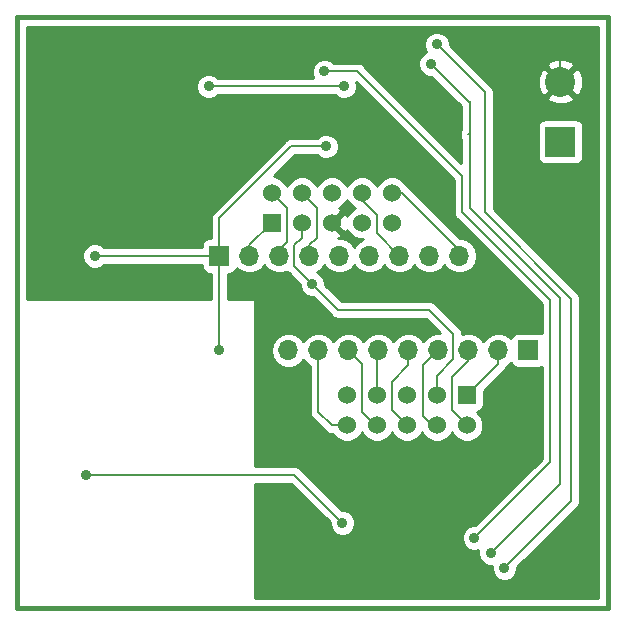
<source format=gbl>
G04 #@! TF.GenerationSoftware,KiCad,Pcbnew,5.0.0-fee4fd1~66~ubuntu16.04.1*
G04 #@! TF.CreationDate,2018-09-27T11:54:36+02:00*
G04 #@! TF.ProjectId,IN16_optoToESP8266,494E31365F6F70746F546F4553503832,rev?*
G04 #@! TF.SameCoordinates,Original*
G04 #@! TF.FileFunction,Copper,L2,Bot,Signal*
G04 #@! TF.FilePolarity,Positive*
%FSLAX46Y46*%
G04 Gerber Fmt 4.6, Leading zero omitted, Abs format (unit mm)*
G04 Created by KiCad (PCBNEW 5.0.0-fee4fd1~66~ubuntu16.04.1) date Thu Sep 27 11:54:36 2018*
%MOMM*%
%LPD*%
G01*
G04 APERTURE LIST*
G04 #@! TA.AperFunction,NonConductor*
%ADD10C,0.381000*%
G04 #@! TD*
G04 #@! TA.AperFunction,ComponentPad*
%ADD11R,1.524000X1.524000*%
G04 #@! TD*
G04 #@! TA.AperFunction,ComponentPad*
%ADD12C,1.524000*%
G04 #@! TD*
G04 #@! TA.AperFunction,ComponentPad*
%ADD13R,2.540000X2.540000*%
G04 #@! TD*
G04 #@! TA.AperFunction,ComponentPad*
%ADD14C,2.540000*%
G04 #@! TD*
G04 #@! TA.AperFunction,ComponentPad*
%ADD15R,1.700000X1.700000*%
G04 #@! TD*
G04 #@! TA.AperFunction,ComponentPad*
%ADD16O,1.700000X1.700000*%
G04 #@! TD*
G04 #@! TA.AperFunction,ViaPad*
%ADD17C,0.889000*%
G04 #@! TD*
G04 #@! TA.AperFunction,Conductor*
%ADD18C,0.203200*%
G04 #@! TD*
G04 #@! TA.AperFunction,Conductor*
%ADD19C,0.500000*%
G04 #@! TD*
G04 #@! TA.AperFunction,Conductor*
%ADD20C,0.254000*%
G04 #@! TD*
G04 APERTURE END LIST*
D10*
X134000000Y-98000000D02*
X184000000Y-98000000D01*
X134000000Y-48000000D02*
X134000000Y-98000000D01*
X184000000Y-48000000D02*
X134000000Y-48000000D01*
X184000000Y-98000000D02*
X184000000Y-48000000D01*
D11*
G04 #@! TO.P,P1,1*
G04 #@! TO.N,/IN0*
X155575000Y-65405000D03*
D12*
G04 #@! TO.P,P1,2*
G04 #@! TO.N,/IN1*
X155575000Y-62865000D03*
G04 #@! TO.P,P1,3*
G04 #@! TO.N,/5VIN*
X158115000Y-65405000D03*
G04 #@! TO.P,P1,4*
G04 #@! TO.N,/IN2*
X158115000Y-62865000D03*
G04 #@! TO.P,P1,5*
G04 #@! TO.N,VSS*
X160655000Y-65405000D03*
G04 #@! TO.P,P1,6*
G04 #@! TO.N,/IN3*
X160655000Y-62865000D03*
G04 #@! TO.P,P1,7*
G04 #@! TO.N,/IN4*
X163195000Y-65405000D03*
G04 #@! TO.P,P1,8*
G04 #@! TO.N,/IN5*
X163195000Y-62865000D03*
G04 #@! TO.P,P1,9*
G04 #@! TO.N,/IN6*
X165735000Y-65405000D03*
G04 #@! TO.P,P1,10*
G04 #@! TO.N,/IN7*
X165735000Y-62865000D03*
G04 #@! TD*
D11*
G04 #@! TO.P,P0,1*
G04 #@! TO.N,/IN8*
X172085000Y-80010000D03*
D12*
G04 #@! TO.P,P0,2*
G04 #@! TO.N,/IN9*
X172085000Y-82550000D03*
G04 #@! TO.P,P0,3*
G04 #@! TO.N,/5VIN*
X169545000Y-80010000D03*
G04 #@! TO.P,P0,4*
G04 #@! TO.N,/IN10*
X169545000Y-82550000D03*
G04 #@! TO.P,P0,5*
G04 #@! TO.N,VSS*
X167005000Y-80010000D03*
G04 #@! TO.P,P0,6*
G04 #@! TO.N,/IN11*
X167005000Y-82550000D03*
G04 #@! TO.P,P0,7*
G04 #@! TO.N,/IN12*
X164465000Y-80010000D03*
G04 #@! TO.P,P0,8*
G04 #@! TO.N,/IN13*
X164465000Y-82550000D03*
G04 #@! TO.P,P0,9*
G04 #@! TO.N,/IN14*
X161925000Y-80010000D03*
G04 #@! TO.P,P0,10*
G04 #@! TO.N,/IN15*
X161925000Y-82550000D03*
G04 #@! TD*
D13*
G04 #@! TO.P,P3,1*
G04 #@! TO.N,/5VIN*
X180000000Y-58540000D03*
D14*
G04 #@! TO.P,P3,2*
G04 #@! TO.N,VSS*
X180000000Y-53460000D03*
G04 #@! TD*
D15*
G04 #@! TO.P,RN1,1*
G04 #@! TO.N,VCC*
X177292000Y-76200000D03*
D16*
G04 #@! TO.P,RN1,2*
G04 #@! TO.N,/IN8*
X174752000Y-76200000D03*
G04 #@! TO.P,RN1,3*
G04 #@! TO.N,/IN9*
X172212000Y-76200000D03*
G04 #@! TO.P,RN1,4*
G04 #@! TO.N,/IN10*
X169672000Y-76200000D03*
G04 #@! TO.P,RN1,5*
G04 #@! TO.N,/IN11*
X167132000Y-76200000D03*
G04 #@! TO.P,RN1,6*
G04 #@! TO.N,/IN12*
X164592000Y-76200000D03*
G04 #@! TO.P,RN1,7*
G04 #@! TO.N,/IN13*
X162052000Y-76200000D03*
G04 #@! TO.P,RN1,8*
G04 #@! TO.N,/IN15*
X159512000Y-76200000D03*
G04 #@! TO.P,RN1,9*
G04 #@! TO.N,/IN14*
X156972000Y-76200000D03*
G04 #@! TD*
D15*
G04 #@! TO.P,RN2,1*
G04 #@! TO.N,VCC*
X151130000Y-68199000D03*
D16*
G04 #@! TO.P,RN2,2*
G04 #@! TO.N,/IN0*
X153670000Y-68199000D03*
G04 #@! TO.P,RN2,3*
G04 #@! TO.N,/IN1*
X156210000Y-68199000D03*
G04 #@! TO.P,RN2,4*
G04 #@! TO.N,/IN2*
X158750000Y-68199000D03*
G04 #@! TO.P,RN2,5*
G04 #@! TO.N,/IN3*
X161290000Y-68199000D03*
G04 #@! TO.P,RN2,6*
G04 #@! TO.N,/IN4*
X163830000Y-68199000D03*
G04 #@! TO.P,RN2,7*
G04 #@! TO.N,/IN5*
X166370000Y-68199000D03*
G04 #@! TO.P,RN2,8*
G04 #@! TO.N,/IN6*
X168910000Y-68199000D03*
G04 #@! TO.P,RN2,9*
G04 #@! TO.N,/IN7*
X171450000Y-68199000D03*
G04 #@! TD*
D17*
G04 #@! TO.N,/MUX1*
X139827000Y-86741000D03*
X161544000Y-90805000D03*
G04 #@! TO.N,/MUX2*
X150241000Y-53848000D03*
X161671000Y-53848000D03*
G04 #@! TO.N,/MUXA*
X160020000Y-52578000D03*
X172720000Y-92075000D03*
G04 #@! TO.N,/MUXB*
X174117000Y-93345000D03*
X169037000Y-51943000D03*
G04 #@! TO.N,/MUXC*
X169545000Y-50292000D03*
X175260000Y-94615000D03*
G04 #@! TO.N,/5VIN*
X159004000Y-70612000D03*
G04 #@! TO.N,VCC*
X151130000Y-76200000D03*
X140589000Y-68199000D03*
X160147000Y-58928000D03*
G04 #@! TO.N,VSS*
X144272000Y-51435000D03*
G04 #@! TD*
D18*
G04 #@! TO.N,/IN0*
X153670000Y-68199000D02*
X153670000Y-67310000D01*
X153670000Y-67310000D02*
X155575000Y-65405000D01*
G04 #@! TO.N,/IN1*
X156210000Y-68199000D02*
X156210000Y-67691000D01*
X156210000Y-67691000D02*
X156845000Y-67056000D01*
X156845000Y-67056000D02*
X156845000Y-64135000D01*
X156845000Y-64135000D02*
X155575000Y-62865000D01*
G04 #@! TO.N,/IN10*
X169545000Y-82550000D02*
X169164000Y-82550000D01*
X169164000Y-82550000D02*
X168402000Y-81788000D01*
X168402000Y-77470000D02*
X169672000Y-76200000D01*
X168402000Y-81788000D02*
X168402000Y-77470000D01*
G04 #@! TO.N,/IN11*
X167132000Y-76200000D02*
X167132000Y-77470000D01*
X165735000Y-81280000D02*
X167005000Y-82550000D01*
X165735000Y-78867000D02*
X165735000Y-81280000D01*
X167132000Y-77470000D02*
X165735000Y-78867000D01*
G04 #@! TO.N,/IN12*
X164465000Y-80010000D02*
X164465000Y-76327000D01*
X164465000Y-76327000D02*
X164592000Y-76200000D01*
G04 #@! TO.N,/IN13*
X164465000Y-82550000D02*
X164338000Y-82550000D01*
X164338000Y-82550000D02*
X163195000Y-81407000D01*
X163195000Y-77343000D02*
X162052000Y-76200000D01*
X163195000Y-81407000D02*
X163195000Y-77343000D01*
G04 #@! TO.N,/IN15*
X161925000Y-82550000D02*
X160655000Y-82550000D01*
X159512000Y-81407000D02*
X159512000Y-76200000D01*
X160655000Y-82550000D02*
X159512000Y-81407000D01*
G04 #@! TO.N,/IN2*
X158750000Y-68199000D02*
X158750000Y-67310000D01*
X159385000Y-64135000D02*
X158115000Y-62865000D01*
X159385000Y-66675000D02*
X159385000Y-64135000D01*
X158750000Y-67310000D02*
X159385000Y-66675000D01*
G04 #@! TO.N,/IN3*
X161290000Y-68199000D02*
X161290000Y-67564000D01*
G04 #@! TO.N,/IN5*
X163195000Y-62865000D02*
X163195000Y-63500000D01*
X163195000Y-63500000D02*
X164465000Y-64770000D01*
X164465000Y-66294000D02*
X166370000Y-68199000D01*
X164465000Y-64770000D02*
X164465000Y-66294000D01*
G04 #@! TO.N,/IN7*
X171450000Y-68199000D02*
X171450000Y-67691000D01*
X171450000Y-67691000D02*
X166624000Y-62865000D01*
X166624000Y-62865000D02*
X165735000Y-62865000D01*
G04 #@! TO.N,/IN8*
X174752000Y-76200000D02*
X174752000Y-77343000D01*
X174752000Y-77343000D02*
X172085000Y-80010000D01*
G04 #@! TO.N,/IN9*
X172212000Y-76200000D02*
X172212000Y-77089000D01*
X170815000Y-81280000D02*
X172085000Y-82550000D01*
X170815000Y-78486000D02*
X170815000Y-81280000D01*
X172212000Y-77089000D02*
X170815000Y-78486000D01*
G04 #@! TO.N,/MUX1*
X157480000Y-86741000D02*
X139827000Y-86741000D01*
X161544000Y-90805000D02*
X157480000Y-86741000D01*
G04 #@! TO.N,/MUX2*
X150241000Y-53848000D02*
X161671000Y-53848000D01*
G04 #@! TO.N,/MUXA*
X160020000Y-52578000D02*
X162814000Y-52578000D01*
X171704000Y-61468000D02*
X171704000Y-63246000D01*
X162814000Y-52578000D02*
X171704000Y-61468000D01*
X179133500Y-85661500D02*
X179133500Y-71945500D01*
X172720000Y-92075000D02*
X179133500Y-85661500D01*
X171704000Y-63246000D02*
X171704000Y-64516000D01*
X171704000Y-64516000D02*
X179133500Y-71945500D01*
G04 #@! TO.N,/MUXB*
X172339000Y-57658000D02*
X172339000Y-64135000D01*
X179959000Y-87503000D02*
X174117000Y-93345000D01*
X179959000Y-71755000D02*
X179959000Y-87503000D01*
X172339000Y-64135000D02*
X179959000Y-71755000D01*
X172339000Y-57785000D02*
X172212000Y-57912000D01*
X172339000Y-55245000D02*
X172339000Y-57658000D01*
X172339000Y-57658000D02*
X172339000Y-57785000D01*
X172339000Y-55245000D02*
X172339000Y-55245000D01*
X169037000Y-51943000D02*
X172339000Y-55245000D01*
X172339000Y-55245000D02*
X172339000Y-55118000D01*
X172339000Y-55118000D02*
X172339000Y-55245000D01*
G04 #@! TO.N,/MUXC*
X173609000Y-54356000D02*
X173609000Y-55626000D01*
X169545000Y-50292000D02*
X173609000Y-54356000D01*
X180911500Y-88963500D02*
X180911500Y-71818500D01*
X175260000Y-94615000D02*
X180911500Y-88963500D01*
X173609000Y-55626000D02*
X173609000Y-64516000D01*
X173609000Y-64516000D02*
X180911500Y-71818500D01*
G04 #@! TO.N,/5VIN*
X159004000Y-70612000D02*
X158369000Y-69977000D01*
X158115000Y-65405000D02*
X158115000Y-66675000D01*
X158115000Y-66675000D02*
X157480000Y-67310000D01*
X157480000Y-67310000D02*
X157480000Y-69088000D01*
X157480000Y-69088000D02*
X158369000Y-69977000D01*
X169545000Y-78359000D02*
X169545000Y-80010000D01*
X158369000Y-69977000D02*
X161163000Y-72771000D01*
X161163000Y-72771000D02*
X168910000Y-72771000D01*
X168910000Y-72771000D02*
X170942000Y-74803000D01*
X170942000Y-74803000D02*
X170942000Y-76962000D01*
X170942000Y-76962000D02*
X169545000Y-78359000D01*
G04 #@! TO.N,VCC*
X151130000Y-76200000D02*
X151130000Y-68199000D01*
X140589000Y-68199000D02*
X151130000Y-68199000D01*
X151130000Y-65024000D02*
X151130000Y-68199000D01*
X157226000Y-58928000D02*
X151130000Y-65024000D01*
X157861000Y-58928000D02*
X157226000Y-58928000D01*
X158877000Y-58928000D02*
X157861000Y-58928000D01*
X160147000Y-58928000D02*
X158877000Y-58928000D01*
D19*
X151130000Y-68199000D02*
X151130000Y-68326000D01*
D18*
G04 #@! TO.N,VSS*
X160655000Y-65405000D02*
X160655000Y-66040000D01*
X180000000Y-53680000D02*
X180000000Y-53460000D01*
X180000000Y-53460000D02*
X180000000Y-51603000D01*
X146685000Y-49022000D02*
X144272000Y-51435000D01*
X177419000Y-49022000D02*
X146685000Y-49022000D01*
X180000000Y-51603000D02*
X177419000Y-49022000D01*
G04 #@! TD*
D20*
G04 #@! TO.N,VSS*
G36*
X183174500Y-97174500D02*
X154127000Y-97174500D01*
X154127000Y-87477600D01*
X157174891Y-87477600D01*
X160464500Y-90767210D01*
X160464500Y-91019726D01*
X160628844Y-91416488D01*
X160932512Y-91720156D01*
X161329274Y-91884500D01*
X161758726Y-91884500D01*
X162155488Y-91720156D01*
X162459156Y-91416488D01*
X162623500Y-91019726D01*
X162623500Y-90590274D01*
X162459156Y-90193512D01*
X162155488Y-89889844D01*
X161758726Y-89725500D01*
X161506210Y-89725500D01*
X158052151Y-86271442D01*
X158011058Y-86209942D01*
X157767407Y-86047139D01*
X157552544Y-86004400D01*
X157552540Y-86004400D01*
X157480000Y-85989971D01*
X157407460Y-86004400D01*
X154127000Y-86004400D01*
X154127000Y-72000000D01*
X154117333Y-71951399D01*
X154089803Y-71910197D01*
X154048601Y-71882667D01*
X154000000Y-71873000D01*
X151866600Y-71873000D01*
X151866600Y-69696440D01*
X151980000Y-69696440D01*
X152227765Y-69647157D01*
X152437809Y-69506809D01*
X152578157Y-69296765D01*
X152587184Y-69251381D01*
X152599375Y-69269625D01*
X153090582Y-69597839D01*
X153523744Y-69684000D01*
X153816256Y-69684000D01*
X154249418Y-69597839D01*
X154740625Y-69269625D01*
X154940000Y-68971239D01*
X155139375Y-69269625D01*
X155630582Y-69597839D01*
X156063744Y-69684000D01*
X156356256Y-69684000D01*
X156789418Y-69597839D01*
X156889902Y-69530698D01*
X156907849Y-69557558D01*
X156907852Y-69557561D01*
X156948943Y-69619058D01*
X157010440Y-69660149D01*
X157899441Y-70549151D01*
X157899444Y-70549153D01*
X157924500Y-70574209D01*
X157924500Y-70826726D01*
X158088844Y-71223488D01*
X158392512Y-71527156D01*
X158789274Y-71691500D01*
X159041791Y-71691500D01*
X160590851Y-73240560D01*
X160631942Y-73302058D01*
X160693439Y-73343149D01*
X160693441Y-73343151D01*
X160875593Y-73464861D01*
X161090456Y-73507600D01*
X161090459Y-73507600D01*
X161163000Y-73522029D01*
X161235540Y-73507600D01*
X168604891Y-73507600D01*
X169812290Y-74715000D01*
X169525744Y-74715000D01*
X169092582Y-74801161D01*
X168601375Y-75129375D01*
X168402000Y-75427761D01*
X168202625Y-75129375D01*
X167711418Y-74801161D01*
X167278256Y-74715000D01*
X166985744Y-74715000D01*
X166552582Y-74801161D01*
X166061375Y-75129375D01*
X165862000Y-75427761D01*
X165662625Y-75129375D01*
X165171418Y-74801161D01*
X164738256Y-74715000D01*
X164445744Y-74715000D01*
X164012582Y-74801161D01*
X163521375Y-75129375D01*
X163322000Y-75427761D01*
X163122625Y-75129375D01*
X162631418Y-74801161D01*
X162198256Y-74715000D01*
X161905744Y-74715000D01*
X161472582Y-74801161D01*
X160981375Y-75129375D01*
X160782000Y-75427761D01*
X160582625Y-75129375D01*
X160091418Y-74801161D01*
X159658256Y-74715000D01*
X159365744Y-74715000D01*
X158932582Y-74801161D01*
X158441375Y-75129375D01*
X158242000Y-75427761D01*
X158042625Y-75129375D01*
X157551418Y-74801161D01*
X157118256Y-74715000D01*
X156825744Y-74715000D01*
X156392582Y-74801161D01*
X155901375Y-75129375D01*
X155573161Y-75620582D01*
X155457908Y-76200000D01*
X155573161Y-76779418D01*
X155901375Y-77270625D01*
X156392582Y-77598839D01*
X156825744Y-77685000D01*
X157118256Y-77685000D01*
X157551418Y-77598839D01*
X158042625Y-77270625D01*
X158242000Y-76972239D01*
X158441375Y-77270625D01*
X158775401Y-77493814D01*
X158775400Y-81334460D01*
X158760971Y-81407000D01*
X158775400Y-81479540D01*
X158775400Y-81479543D01*
X158818139Y-81694406D01*
X158980942Y-81938058D01*
X159042442Y-81979151D01*
X160082850Y-83019560D01*
X160123942Y-83081058D01*
X160185439Y-83122149D01*
X160185441Y-83122151D01*
X160367593Y-83243861D01*
X160582456Y-83286600D01*
X160582459Y-83286600D01*
X160654999Y-83301029D01*
X160718733Y-83288352D01*
X160740680Y-83341337D01*
X161133663Y-83734320D01*
X161647119Y-83947000D01*
X162202881Y-83947000D01*
X162716337Y-83734320D01*
X163109320Y-83341337D01*
X163195000Y-83134487D01*
X163280680Y-83341337D01*
X163673663Y-83734320D01*
X164187119Y-83947000D01*
X164742881Y-83947000D01*
X165256337Y-83734320D01*
X165649320Y-83341337D01*
X165735000Y-83134487D01*
X165820680Y-83341337D01*
X166213663Y-83734320D01*
X166727119Y-83947000D01*
X167282881Y-83947000D01*
X167796337Y-83734320D01*
X168189320Y-83341337D01*
X168275000Y-83134487D01*
X168360680Y-83341337D01*
X168753663Y-83734320D01*
X169267119Y-83947000D01*
X169822881Y-83947000D01*
X170336337Y-83734320D01*
X170729320Y-83341337D01*
X170815000Y-83134487D01*
X170900680Y-83341337D01*
X171293663Y-83734320D01*
X171807119Y-83947000D01*
X172362881Y-83947000D01*
X172876337Y-83734320D01*
X173269320Y-83341337D01*
X173482000Y-82827881D01*
X173482000Y-82272119D01*
X173269320Y-81758663D01*
X172916310Y-81405653D01*
X173094765Y-81370157D01*
X173304809Y-81229809D01*
X173445157Y-81019765D01*
X173494440Y-80772000D01*
X173494440Y-79642269D01*
X175221560Y-77915149D01*
X175283058Y-77874058D01*
X175324149Y-77812561D01*
X175324151Y-77812559D01*
X175445861Y-77630407D01*
X175470644Y-77505811D01*
X175822625Y-77270625D01*
X175834816Y-77252381D01*
X175843843Y-77297765D01*
X175984191Y-77507809D01*
X176194235Y-77648157D01*
X176442000Y-77697440D01*
X178142000Y-77697440D01*
X178389765Y-77648157D01*
X178396901Y-77643389D01*
X178396900Y-85356390D01*
X172757791Y-90995500D01*
X172505274Y-90995500D01*
X172108512Y-91159844D01*
X171804844Y-91463512D01*
X171640500Y-91860274D01*
X171640500Y-92289726D01*
X171804844Y-92686488D01*
X172108512Y-92990156D01*
X172505274Y-93154500D01*
X172934726Y-93154500D01*
X173046672Y-93108130D01*
X173037500Y-93130274D01*
X173037500Y-93559726D01*
X173201844Y-93956488D01*
X173505512Y-94260156D01*
X173902274Y-94424500D01*
X174180500Y-94424500D01*
X174180500Y-94829726D01*
X174344844Y-95226488D01*
X174648512Y-95530156D01*
X175045274Y-95694500D01*
X175474726Y-95694500D01*
X175871488Y-95530156D01*
X176175156Y-95226488D01*
X176339500Y-94829726D01*
X176339500Y-94577209D01*
X181381061Y-89535649D01*
X181442558Y-89494558D01*
X181483649Y-89433061D01*
X181483651Y-89433059D01*
X181605361Y-89250907D01*
X181605361Y-89250906D01*
X181648100Y-89036044D01*
X181648100Y-89036041D01*
X181662529Y-88963500D01*
X181648100Y-88890960D01*
X181648100Y-71891040D01*
X181662529Y-71818500D01*
X181648100Y-71745959D01*
X181648100Y-71745956D01*
X181605361Y-71531093D01*
X181602730Y-71527156D01*
X181483651Y-71348941D01*
X181483649Y-71348939D01*
X181442558Y-71287442D01*
X181381061Y-71246351D01*
X174345600Y-64210891D01*
X174345600Y-57270000D01*
X178082560Y-57270000D01*
X178082560Y-59810000D01*
X178131843Y-60057765D01*
X178272191Y-60267809D01*
X178482235Y-60408157D01*
X178730000Y-60457440D01*
X181270000Y-60457440D01*
X181517765Y-60408157D01*
X181727809Y-60267809D01*
X181868157Y-60057765D01*
X181917440Y-59810000D01*
X181917440Y-57270000D01*
X181868157Y-57022235D01*
X181727809Y-56812191D01*
X181517765Y-56671843D01*
X181270000Y-56622560D01*
X178730000Y-56622560D01*
X178482235Y-56671843D01*
X178272191Y-56812191D01*
X178131843Y-57022235D01*
X178082560Y-57270000D01*
X174345600Y-57270000D01*
X174345600Y-54807777D01*
X178831828Y-54807777D01*
X178963520Y-55102657D01*
X179671036Y-55374261D01*
X180428632Y-55354436D01*
X181036480Y-55102657D01*
X181168172Y-54807777D01*
X180000000Y-53639605D01*
X178831828Y-54807777D01*
X174345600Y-54807777D01*
X174345600Y-54428540D01*
X174360029Y-54356000D01*
X174345600Y-54283457D01*
X174345600Y-54283456D01*
X174302861Y-54068593D01*
X174298941Y-54062726D01*
X174181151Y-53886441D01*
X174181149Y-53886439D01*
X174140058Y-53824942D01*
X174078561Y-53783851D01*
X173425746Y-53131036D01*
X178085739Y-53131036D01*
X178105564Y-53888632D01*
X178357343Y-54496480D01*
X178652223Y-54628172D01*
X179820395Y-53460000D01*
X180179605Y-53460000D01*
X181347777Y-54628172D01*
X181642657Y-54496480D01*
X181914261Y-53788964D01*
X181894436Y-53031368D01*
X181642657Y-52423520D01*
X181347777Y-52291828D01*
X180179605Y-53460000D01*
X179820395Y-53460000D01*
X178652223Y-52291828D01*
X178357343Y-52423520D01*
X178085739Y-53131036D01*
X173425746Y-53131036D01*
X172406933Y-52112223D01*
X178831828Y-52112223D01*
X180000000Y-53280395D01*
X181168172Y-52112223D01*
X181036480Y-51817343D01*
X180328964Y-51545739D01*
X179571368Y-51565564D01*
X178963520Y-51817343D01*
X178831828Y-52112223D01*
X172406933Y-52112223D01*
X170624500Y-50329791D01*
X170624500Y-50077274D01*
X170460156Y-49680512D01*
X170156488Y-49376844D01*
X169759726Y-49212500D01*
X169330274Y-49212500D01*
X168933512Y-49376844D01*
X168629844Y-49680512D01*
X168465500Y-50077274D01*
X168465500Y-50506726D01*
X168629844Y-50903488D01*
X168657930Y-50931574D01*
X168425512Y-51027844D01*
X168121844Y-51331512D01*
X167957500Y-51728274D01*
X167957500Y-52157726D01*
X168121844Y-52554488D01*
X168425512Y-52858156D01*
X168822274Y-53022500D01*
X169074791Y-53022500D01*
X171602400Y-55550110D01*
X171602401Y-57498487D01*
X171518139Y-57624594D01*
X171460971Y-57912000D01*
X171518139Y-58199406D01*
X171602400Y-58325512D01*
X171602400Y-60324690D01*
X163386151Y-52108442D01*
X163345058Y-52046942D01*
X163101407Y-51884139D01*
X162886544Y-51841400D01*
X162886540Y-51841400D01*
X162814000Y-51826971D01*
X162741460Y-51841400D01*
X160810044Y-51841400D01*
X160631488Y-51662844D01*
X160234726Y-51498500D01*
X159805274Y-51498500D01*
X159408512Y-51662844D01*
X159104844Y-51966512D01*
X158940500Y-52363274D01*
X158940500Y-52792726D01*
X159072499Y-53111400D01*
X151031044Y-53111400D01*
X150852488Y-52932844D01*
X150455726Y-52768500D01*
X150026274Y-52768500D01*
X149629512Y-52932844D01*
X149325844Y-53236512D01*
X149161500Y-53633274D01*
X149161500Y-54062726D01*
X149325844Y-54459488D01*
X149629512Y-54763156D01*
X150026274Y-54927500D01*
X150455726Y-54927500D01*
X150852488Y-54763156D01*
X151031044Y-54584600D01*
X160880956Y-54584600D01*
X161059512Y-54763156D01*
X161456274Y-54927500D01*
X161885726Y-54927500D01*
X162282488Y-54763156D01*
X162586156Y-54459488D01*
X162750500Y-54062726D01*
X162750500Y-53633274D01*
X162696007Y-53501716D01*
X170967400Y-61773110D01*
X170967401Y-63173452D01*
X170967400Y-63173457D01*
X170967401Y-64443455D01*
X170952971Y-64516000D01*
X171010139Y-64803406D01*
X171131849Y-64985558D01*
X171131852Y-64985561D01*
X171172943Y-65047058D01*
X171234440Y-65088149D01*
X178396901Y-72250611D01*
X178396901Y-74756611D01*
X178389765Y-74751843D01*
X178142000Y-74702560D01*
X176442000Y-74702560D01*
X176194235Y-74751843D01*
X175984191Y-74892191D01*
X175843843Y-75102235D01*
X175834816Y-75147619D01*
X175822625Y-75129375D01*
X175331418Y-74801161D01*
X174898256Y-74715000D01*
X174605744Y-74715000D01*
X174172582Y-74801161D01*
X173681375Y-75129375D01*
X173482000Y-75427761D01*
X173282625Y-75129375D01*
X172791418Y-74801161D01*
X172358256Y-74715000D01*
X172065744Y-74715000D01*
X171690377Y-74789665D01*
X171678600Y-74730457D01*
X171678600Y-74730456D01*
X171635861Y-74515593D01*
X171514151Y-74333441D01*
X171514149Y-74333439D01*
X171473058Y-74271942D01*
X171411561Y-74230851D01*
X169482150Y-72301441D01*
X169441058Y-72239942D01*
X169197407Y-72077139D01*
X168982544Y-72034400D01*
X168982540Y-72034400D01*
X168910000Y-72019971D01*
X168837460Y-72034400D01*
X161468110Y-72034400D01*
X160083500Y-70649791D01*
X160083500Y-70397274D01*
X159919156Y-70000512D01*
X159615488Y-69696844D01*
X159347423Y-69585808D01*
X159820625Y-69269625D01*
X160020000Y-68971239D01*
X160219375Y-69269625D01*
X160710582Y-69597839D01*
X161143744Y-69684000D01*
X161436256Y-69684000D01*
X161869418Y-69597839D01*
X162360625Y-69269625D01*
X162560000Y-68971239D01*
X162759375Y-69269625D01*
X163250582Y-69597839D01*
X163683744Y-69684000D01*
X163976256Y-69684000D01*
X164409418Y-69597839D01*
X164900625Y-69269625D01*
X165100000Y-68971239D01*
X165299375Y-69269625D01*
X165790582Y-69597839D01*
X166223744Y-69684000D01*
X166516256Y-69684000D01*
X166949418Y-69597839D01*
X167440625Y-69269625D01*
X167640000Y-68971239D01*
X167839375Y-69269625D01*
X168330582Y-69597839D01*
X168763744Y-69684000D01*
X169056256Y-69684000D01*
X169489418Y-69597839D01*
X169980625Y-69269625D01*
X170180000Y-68971239D01*
X170379375Y-69269625D01*
X170870582Y-69597839D01*
X171303744Y-69684000D01*
X171596256Y-69684000D01*
X172029418Y-69597839D01*
X172520625Y-69269625D01*
X172848839Y-68778418D01*
X172964092Y-68199000D01*
X172848839Y-67619582D01*
X172520625Y-67128375D01*
X172029418Y-66800161D01*
X171596256Y-66714000D01*
X171514710Y-66714000D01*
X167196151Y-62395442D01*
X167155058Y-62333942D01*
X166978175Y-62215752D01*
X166919320Y-62073663D01*
X166526337Y-61680680D01*
X166012881Y-61468000D01*
X165457119Y-61468000D01*
X164943663Y-61680680D01*
X164550680Y-62073663D01*
X164465000Y-62280513D01*
X164379320Y-62073663D01*
X163986337Y-61680680D01*
X163472881Y-61468000D01*
X162917119Y-61468000D01*
X162403663Y-61680680D01*
X162010680Y-62073663D01*
X161925000Y-62280513D01*
X161839320Y-62073663D01*
X161446337Y-61680680D01*
X160932881Y-61468000D01*
X160377119Y-61468000D01*
X159863663Y-61680680D01*
X159470680Y-62073663D01*
X159385000Y-62280513D01*
X159299320Y-62073663D01*
X158906337Y-61680680D01*
X158392881Y-61468000D01*
X157837119Y-61468000D01*
X157323663Y-61680680D01*
X156930680Y-62073663D01*
X156845000Y-62280513D01*
X156759320Y-62073663D01*
X156366337Y-61680680D01*
X155852881Y-61468000D01*
X155727710Y-61468000D01*
X157531110Y-59664600D01*
X159356956Y-59664600D01*
X159535512Y-59843156D01*
X159932274Y-60007500D01*
X160361726Y-60007500D01*
X160758488Y-59843156D01*
X161062156Y-59539488D01*
X161226500Y-59142726D01*
X161226500Y-58713274D01*
X161062156Y-58316512D01*
X160758488Y-58012844D01*
X160361726Y-57848500D01*
X159932274Y-57848500D01*
X159535512Y-58012844D01*
X159356956Y-58191400D01*
X157298540Y-58191400D01*
X157226000Y-58176971D01*
X157153459Y-58191400D01*
X157153456Y-58191400D01*
X156938593Y-58234139D01*
X156756441Y-58355849D01*
X156756439Y-58355851D01*
X156694942Y-58396942D01*
X156653851Y-58458439D01*
X150660442Y-64451849D01*
X150598942Y-64492942D01*
X150557849Y-64554442D01*
X150462290Y-64697456D01*
X150436139Y-64736594D01*
X150393400Y-64951457D01*
X150393400Y-64951460D01*
X150378971Y-65024000D01*
X150393400Y-65096540D01*
X150393401Y-66701560D01*
X150280000Y-66701560D01*
X150032235Y-66750843D01*
X149822191Y-66891191D01*
X149681843Y-67101235D01*
X149632560Y-67349000D01*
X149632560Y-67462400D01*
X141379044Y-67462400D01*
X141200488Y-67283844D01*
X140803726Y-67119500D01*
X140374274Y-67119500D01*
X139977512Y-67283844D01*
X139673844Y-67587512D01*
X139509500Y-67984274D01*
X139509500Y-68413726D01*
X139673844Y-68810488D01*
X139977512Y-69114156D01*
X140374274Y-69278500D01*
X140803726Y-69278500D01*
X141200488Y-69114156D01*
X141379044Y-68935600D01*
X149632560Y-68935600D01*
X149632560Y-69049000D01*
X149681843Y-69296765D01*
X149822191Y-69506809D01*
X150032235Y-69647157D01*
X150280000Y-69696440D01*
X150393401Y-69696440D01*
X150393401Y-71873000D01*
X134825500Y-71873000D01*
X134825500Y-48825500D01*
X183174501Y-48825500D01*
X183174500Y-97174500D01*
X183174500Y-97174500D01*
G37*
X183174500Y-97174500D02*
X154127000Y-97174500D01*
X154127000Y-87477600D01*
X157174891Y-87477600D01*
X160464500Y-90767210D01*
X160464500Y-91019726D01*
X160628844Y-91416488D01*
X160932512Y-91720156D01*
X161329274Y-91884500D01*
X161758726Y-91884500D01*
X162155488Y-91720156D01*
X162459156Y-91416488D01*
X162623500Y-91019726D01*
X162623500Y-90590274D01*
X162459156Y-90193512D01*
X162155488Y-89889844D01*
X161758726Y-89725500D01*
X161506210Y-89725500D01*
X158052151Y-86271442D01*
X158011058Y-86209942D01*
X157767407Y-86047139D01*
X157552544Y-86004400D01*
X157552540Y-86004400D01*
X157480000Y-85989971D01*
X157407460Y-86004400D01*
X154127000Y-86004400D01*
X154127000Y-72000000D01*
X154117333Y-71951399D01*
X154089803Y-71910197D01*
X154048601Y-71882667D01*
X154000000Y-71873000D01*
X151866600Y-71873000D01*
X151866600Y-69696440D01*
X151980000Y-69696440D01*
X152227765Y-69647157D01*
X152437809Y-69506809D01*
X152578157Y-69296765D01*
X152587184Y-69251381D01*
X152599375Y-69269625D01*
X153090582Y-69597839D01*
X153523744Y-69684000D01*
X153816256Y-69684000D01*
X154249418Y-69597839D01*
X154740625Y-69269625D01*
X154940000Y-68971239D01*
X155139375Y-69269625D01*
X155630582Y-69597839D01*
X156063744Y-69684000D01*
X156356256Y-69684000D01*
X156789418Y-69597839D01*
X156889902Y-69530698D01*
X156907849Y-69557558D01*
X156907852Y-69557561D01*
X156948943Y-69619058D01*
X157010440Y-69660149D01*
X157899441Y-70549151D01*
X157899444Y-70549153D01*
X157924500Y-70574209D01*
X157924500Y-70826726D01*
X158088844Y-71223488D01*
X158392512Y-71527156D01*
X158789274Y-71691500D01*
X159041791Y-71691500D01*
X160590851Y-73240560D01*
X160631942Y-73302058D01*
X160693439Y-73343149D01*
X160693441Y-73343151D01*
X160875593Y-73464861D01*
X161090456Y-73507600D01*
X161090459Y-73507600D01*
X161163000Y-73522029D01*
X161235540Y-73507600D01*
X168604891Y-73507600D01*
X169812290Y-74715000D01*
X169525744Y-74715000D01*
X169092582Y-74801161D01*
X168601375Y-75129375D01*
X168402000Y-75427761D01*
X168202625Y-75129375D01*
X167711418Y-74801161D01*
X167278256Y-74715000D01*
X166985744Y-74715000D01*
X166552582Y-74801161D01*
X166061375Y-75129375D01*
X165862000Y-75427761D01*
X165662625Y-75129375D01*
X165171418Y-74801161D01*
X164738256Y-74715000D01*
X164445744Y-74715000D01*
X164012582Y-74801161D01*
X163521375Y-75129375D01*
X163322000Y-75427761D01*
X163122625Y-75129375D01*
X162631418Y-74801161D01*
X162198256Y-74715000D01*
X161905744Y-74715000D01*
X161472582Y-74801161D01*
X160981375Y-75129375D01*
X160782000Y-75427761D01*
X160582625Y-75129375D01*
X160091418Y-74801161D01*
X159658256Y-74715000D01*
X159365744Y-74715000D01*
X158932582Y-74801161D01*
X158441375Y-75129375D01*
X158242000Y-75427761D01*
X158042625Y-75129375D01*
X157551418Y-74801161D01*
X157118256Y-74715000D01*
X156825744Y-74715000D01*
X156392582Y-74801161D01*
X155901375Y-75129375D01*
X155573161Y-75620582D01*
X155457908Y-76200000D01*
X155573161Y-76779418D01*
X155901375Y-77270625D01*
X156392582Y-77598839D01*
X156825744Y-77685000D01*
X157118256Y-77685000D01*
X157551418Y-77598839D01*
X158042625Y-77270625D01*
X158242000Y-76972239D01*
X158441375Y-77270625D01*
X158775401Y-77493814D01*
X158775400Y-81334460D01*
X158760971Y-81407000D01*
X158775400Y-81479540D01*
X158775400Y-81479543D01*
X158818139Y-81694406D01*
X158980942Y-81938058D01*
X159042442Y-81979151D01*
X160082850Y-83019560D01*
X160123942Y-83081058D01*
X160185439Y-83122149D01*
X160185441Y-83122151D01*
X160367593Y-83243861D01*
X160582456Y-83286600D01*
X160582459Y-83286600D01*
X160654999Y-83301029D01*
X160718733Y-83288352D01*
X160740680Y-83341337D01*
X161133663Y-83734320D01*
X161647119Y-83947000D01*
X162202881Y-83947000D01*
X162716337Y-83734320D01*
X163109320Y-83341337D01*
X163195000Y-83134487D01*
X163280680Y-83341337D01*
X163673663Y-83734320D01*
X164187119Y-83947000D01*
X164742881Y-83947000D01*
X165256337Y-83734320D01*
X165649320Y-83341337D01*
X165735000Y-83134487D01*
X165820680Y-83341337D01*
X166213663Y-83734320D01*
X166727119Y-83947000D01*
X167282881Y-83947000D01*
X167796337Y-83734320D01*
X168189320Y-83341337D01*
X168275000Y-83134487D01*
X168360680Y-83341337D01*
X168753663Y-83734320D01*
X169267119Y-83947000D01*
X169822881Y-83947000D01*
X170336337Y-83734320D01*
X170729320Y-83341337D01*
X170815000Y-83134487D01*
X170900680Y-83341337D01*
X171293663Y-83734320D01*
X171807119Y-83947000D01*
X172362881Y-83947000D01*
X172876337Y-83734320D01*
X173269320Y-83341337D01*
X173482000Y-82827881D01*
X173482000Y-82272119D01*
X173269320Y-81758663D01*
X172916310Y-81405653D01*
X173094765Y-81370157D01*
X173304809Y-81229809D01*
X173445157Y-81019765D01*
X173494440Y-80772000D01*
X173494440Y-79642269D01*
X175221560Y-77915149D01*
X175283058Y-77874058D01*
X175324149Y-77812561D01*
X175324151Y-77812559D01*
X175445861Y-77630407D01*
X175470644Y-77505811D01*
X175822625Y-77270625D01*
X175834816Y-77252381D01*
X175843843Y-77297765D01*
X175984191Y-77507809D01*
X176194235Y-77648157D01*
X176442000Y-77697440D01*
X178142000Y-77697440D01*
X178389765Y-77648157D01*
X178396901Y-77643389D01*
X178396900Y-85356390D01*
X172757791Y-90995500D01*
X172505274Y-90995500D01*
X172108512Y-91159844D01*
X171804844Y-91463512D01*
X171640500Y-91860274D01*
X171640500Y-92289726D01*
X171804844Y-92686488D01*
X172108512Y-92990156D01*
X172505274Y-93154500D01*
X172934726Y-93154500D01*
X173046672Y-93108130D01*
X173037500Y-93130274D01*
X173037500Y-93559726D01*
X173201844Y-93956488D01*
X173505512Y-94260156D01*
X173902274Y-94424500D01*
X174180500Y-94424500D01*
X174180500Y-94829726D01*
X174344844Y-95226488D01*
X174648512Y-95530156D01*
X175045274Y-95694500D01*
X175474726Y-95694500D01*
X175871488Y-95530156D01*
X176175156Y-95226488D01*
X176339500Y-94829726D01*
X176339500Y-94577209D01*
X181381061Y-89535649D01*
X181442558Y-89494558D01*
X181483649Y-89433061D01*
X181483651Y-89433059D01*
X181605361Y-89250907D01*
X181605361Y-89250906D01*
X181648100Y-89036044D01*
X181648100Y-89036041D01*
X181662529Y-88963500D01*
X181648100Y-88890960D01*
X181648100Y-71891040D01*
X181662529Y-71818500D01*
X181648100Y-71745959D01*
X181648100Y-71745956D01*
X181605361Y-71531093D01*
X181602730Y-71527156D01*
X181483651Y-71348941D01*
X181483649Y-71348939D01*
X181442558Y-71287442D01*
X181381061Y-71246351D01*
X174345600Y-64210891D01*
X174345600Y-57270000D01*
X178082560Y-57270000D01*
X178082560Y-59810000D01*
X178131843Y-60057765D01*
X178272191Y-60267809D01*
X178482235Y-60408157D01*
X178730000Y-60457440D01*
X181270000Y-60457440D01*
X181517765Y-60408157D01*
X181727809Y-60267809D01*
X181868157Y-60057765D01*
X181917440Y-59810000D01*
X181917440Y-57270000D01*
X181868157Y-57022235D01*
X181727809Y-56812191D01*
X181517765Y-56671843D01*
X181270000Y-56622560D01*
X178730000Y-56622560D01*
X178482235Y-56671843D01*
X178272191Y-56812191D01*
X178131843Y-57022235D01*
X178082560Y-57270000D01*
X174345600Y-57270000D01*
X174345600Y-54807777D01*
X178831828Y-54807777D01*
X178963520Y-55102657D01*
X179671036Y-55374261D01*
X180428632Y-55354436D01*
X181036480Y-55102657D01*
X181168172Y-54807777D01*
X180000000Y-53639605D01*
X178831828Y-54807777D01*
X174345600Y-54807777D01*
X174345600Y-54428540D01*
X174360029Y-54356000D01*
X174345600Y-54283457D01*
X174345600Y-54283456D01*
X174302861Y-54068593D01*
X174298941Y-54062726D01*
X174181151Y-53886441D01*
X174181149Y-53886439D01*
X174140058Y-53824942D01*
X174078561Y-53783851D01*
X173425746Y-53131036D01*
X178085739Y-53131036D01*
X178105564Y-53888632D01*
X178357343Y-54496480D01*
X178652223Y-54628172D01*
X179820395Y-53460000D01*
X180179605Y-53460000D01*
X181347777Y-54628172D01*
X181642657Y-54496480D01*
X181914261Y-53788964D01*
X181894436Y-53031368D01*
X181642657Y-52423520D01*
X181347777Y-52291828D01*
X180179605Y-53460000D01*
X179820395Y-53460000D01*
X178652223Y-52291828D01*
X178357343Y-52423520D01*
X178085739Y-53131036D01*
X173425746Y-53131036D01*
X172406933Y-52112223D01*
X178831828Y-52112223D01*
X180000000Y-53280395D01*
X181168172Y-52112223D01*
X181036480Y-51817343D01*
X180328964Y-51545739D01*
X179571368Y-51565564D01*
X178963520Y-51817343D01*
X178831828Y-52112223D01*
X172406933Y-52112223D01*
X170624500Y-50329791D01*
X170624500Y-50077274D01*
X170460156Y-49680512D01*
X170156488Y-49376844D01*
X169759726Y-49212500D01*
X169330274Y-49212500D01*
X168933512Y-49376844D01*
X168629844Y-49680512D01*
X168465500Y-50077274D01*
X168465500Y-50506726D01*
X168629844Y-50903488D01*
X168657930Y-50931574D01*
X168425512Y-51027844D01*
X168121844Y-51331512D01*
X167957500Y-51728274D01*
X167957500Y-52157726D01*
X168121844Y-52554488D01*
X168425512Y-52858156D01*
X168822274Y-53022500D01*
X169074791Y-53022500D01*
X171602400Y-55550110D01*
X171602401Y-57498487D01*
X171518139Y-57624594D01*
X171460971Y-57912000D01*
X171518139Y-58199406D01*
X171602400Y-58325512D01*
X171602400Y-60324690D01*
X163386151Y-52108442D01*
X163345058Y-52046942D01*
X163101407Y-51884139D01*
X162886544Y-51841400D01*
X162886540Y-51841400D01*
X162814000Y-51826971D01*
X162741460Y-51841400D01*
X160810044Y-51841400D01*
X160631488Y-51662844D01*
X160234726Y-51498500D01*
X159805274Y-51498500D01*
X159408512Y-51662844D01*
X159104844Y-51966512D01*
X158940500Y-52363274D01*
X158940500Y-52792726D01*
X159072499Y-53111400D01*
X151031044Y-53111400D01*
X150852488Y-52932844D01*
X150455726Y-52768500D01*
X150026274Y-52768500D01*
X149629512Y-52932844D01*
X149325844Y-53236512D01*
X149161500Y-53633274D01*
X149161500Y-54062726D01*
X149325844Y-54459488D01*
X149629512Y-54763156D01*
X150026274Y-54927500D01*
X150455726Y-54927500D01*
X150852488Y-54763156D01*
X151031044Y-54584600D01*
X160880956Y-54584600D01*
X161059512Y-54763156D01*
X161456274Y-54927500D01*
X161885726Y-54927500D01*
X162282488Y-54763156D01*
X162586156Y-54459488D01*
X162750500Y-54062726D01*
X162750500Y-53633274D01*
X162696007Y-53501716D01*
X170967400Y-61773110D01*
X170967401Y-63173452D01*
X170967400Y-63173457D01*
X170967401Y-64443455D01*
X170952971Y-64516000D01*
X171010139Y-64803406D01*
X171131849Y-64985558D01*
X171131852Y-64985561D01*
X171172943Y-65047058D01*
X171234440Y-65088149D01*
X178396901Y-72250611D01*
X178396901Y-74756611D01*
X178389765Y-74751843D01*
X178142000Y-74702560D01*
X176442000Y-74702560D01*
X176194235Y-74751843D01*
X175984191Y-74892191D01*
X175843843Y-75102235D01*
X175834816Y-75147619D01*
X175822625Y-75129375D01*
X175331418Y-74801161D01*
X174898256Y-74715000D01*
X174605744Y-74715000D01*
X174172582Y-74801161D01*
X173681375Y-75129375D01*
X173482000Y-75427761D01*
X173282625Y-75129375D01*
X172791418Y-74801161D01*
X172358256Y-74715000D01*
X172065744Y-74715000D01*
X171690377Y-74789665D01*
X171678600Y-74730457D01*
X171678600Y-74730456D01*
X171635861Y-74515593D01*
X171514151Y-74333441D01*
X171514149Y-74333439D01*
X171473058Y-74271942D01*
X171411561Y-74230851D01*
X169482150Y-72301441D01*
X169441058Y-72239942D01*
X169197407Y-72077139D01*
X168982544Y-72034400D01*
X168982540Y-72034400D01*
X168910000Y-72019971D01*
X168837460Y-72034400D01*
X161468110Y-72034400D01*
X160083500Y-70649791D01*
X160083500Y-70397274D01*
X159919156Y-70000512D01*
X159615488Y-69696844D01*
X159347423Y-69585808D01*
X159820625Y-69269625D01*
X160020000Y-68971239D01*
X160219375Y-69269625D01*
X160710582Y-69597839D01*
X161143744Y-69684000D01*
X161436256Y-69684000D01*
X161869418Y-69597839D01*
X162360625Y-69269625D01*
X162560000Y-68971239D01*
X162759375Y-69269625D01*
X163250582Y-69597839D01*
X163683744Y-69684000D01*
X163976256Y-69684000D01*
X164409418Y-69597839D01*
X164900625Y-69269625D01*
X165100000Y-68971239D01*
X165299375Y-69269625D01*
X165790582Y-69597839D01*
X166223744Y-69684000D01*
X166516256Y-69684000D01*
X166949418Y-69597839D01*
X167440625Y-69269625D01*
X167640000Y-68971239D01*
X167839375Y-69269625D01*
X168330582Y-69597839D01*
X168763744Y-69684000D01*
X169056256Y-69684000D01*
X169489418Y-69597839D01*
X169980625Y-69269625D01*
X170180000Y-68971239D01*
X170379375Y-69269625D01*
X170870582Y-69597839D01*
X171303744Y-69684000D01*
X171596256Y-69684000D01*
X172029418Y-69597839D01*
X172520625Y-69269625D01*
X172848839Y-68778418D01*
X172964092Y-68199000D01*
X172848839Y-67619582D01*
X172520625Y-67128375D01*
X172029418Y-66800161D01*
X171596256Y-66714000D01*
X171514710Y-66714000D01*
X167196151Y-62395442D01*
X167155058Y-62333942D01*
X166978175Y-62215752D01*
X166919320Y-62073663D01*
X166526337Y-61680680D01*
X166012881Y-61468000D01*
X165457119Y-61468000D01*
X164943663Y-61680680D01*
X164550680Y-62073663D01*
X164465000Y-62280513D01*
X164379320Y-62073663D01*
X163986337Y-61680680D01*
X163472881Y-61468000D01*
X162917119Y-61468000D01*
X162403663Y-61680680D01*
X162010680Y-62073663D01*
X161925000Y-62280513D01*
X161839320Y-62073663D01*
X161446337Y-61680680D01*
X160932881Y-61468000D01*
X160377119Y-61468000D01*
X159863663Y-61680680D01*
X159470680Y-62073663D01*
X159385000Y-62280513D01*
X159299320Y-62073663D01*
X158906337Y-61680680D01*
X158392881Y-61468000D01*
X157837119Y-61468000D01*
X157323663Y-61680680D01*
X156930680Y-62073663D01*
X156845000Y-62280513D01*
X156759320Y-62073663D01*
X156366337Y-61680680D01*
X155852881Y-61468000D01*
X155727710Y-61468000D01*
X157531110Y-59664600D01*
X159356956Y-59664600D01*
X159535512Y-59843156D01*
X159932274Y-60007500D01*
X160361726Y-60007500D01*
X160758488Y-59843156D01*
X161062156Y-59539488D01*
X161226500Y-59142726D01*
X161226500Y-58713274D01*
X161062156Y-58316512D01*
X160758488Y-58012844D01*
X160361726Y-57848500D01*
X159932274Y-57848500D01*
X159535512Y-58012844D01*
X159356956Y-58191400D01*
X157298540Y-58191400D01*
X157226000Y-58176971D01*
X157153459Y-58191400D01*
X157153456Y-58191400D01*
X156938593Y-58234139D01*
X156756441Y-58355849D01*
X156756439Y-58355851D01*
X156694942Y-58396942D01*
X156653851Y-58458439D01*
X150660442Y-64451849D01*
X150598942Y-64492942D01*
X150557849Y-64554442D01*
X150462290Y-64697456D01*
X150436139Y-64736594D01*
X150393400Y-64951457D01*
X150393400Y-64951460D01*
X150378971Y-65024000D01*
X150393400Y-65096540D01*
X150393401Y-66701560D01*
X150280000Y-66701560D01*
X150032235Y-66750843D01*
X149822191Y-66891191D01*
X149681843Y-67101235D01*
X149632560Y-67349000D01*
X149632560Y-67462400D01*
X141379044Y-67462400D01*
X141200488Y-67283844D01*
X140803726Y-67119500D01*
X140374274Y-67119500D01*
X139977512Y-67283844D01*
X139673844Y-67587512D01*
X139509500Y-67984274D01*
X139509500Y-68413726D01*
X139673844Y-68810488D01*
X139977512Y-69114156D01*
X140374274Y-69278500D01*
X140803726Y-69278500D01*
X141200488Y-69114156D01*
X141379044Y-68935600D01*
X149632560Y-68935600D01*
X149632560Y-69049000D01*
X149681843Y-69296765D01*
X149822191Y-69506809D01*
X150032235Y-69647157D01*
X150280000Y-69696440D01*
X150393401Y-69696440D01*
X150393401Y-71873000D01*
X134825500Y-71873000D01*
X134825500Y-48825500D01*
X183174501Y-48825500D01*
X183174500Y-97174500D01*
G36*
X167198748Y-79995858D02*
X167184605Y-80010000D01*
X167198748Y-80024143D01*
X167019143Y-80203748D01*
X167005000Y-80189605D01*
X166990858Y-80203748D01*
X166811253Y-80024143D01*
X166825395Y-80010000D01*
X166811253Y-79995858D01*
X166990858Y-79816253D01*
X167005000Y-79830395D01*
X167019143Y-79816253D01*
X167198748Y-79995858D01*
X167198748Y-79995858D01*
G37*
X167198748Y-79995858D02*
X167184605Y-80010000D01*
X167198748Y-80024143D01*
X167019143Y-80203748D01*
X167005000Y-80189605D01*
X166990858Y-80203748D01*
X166811253Y-80024143D01*
X166825395Y-80010000D01*
X166811253Y-79995858D01*
X166990858Y-79816253D01*
X167005000Y-79830395D01*
X167019143Y-79816253D01*
X167198748Y-79995858D01*
G36*
X162010680Y-63656337D02*
X162403663Y-64049320D01*
X162610513Y-64135000D01*
X162403663Y-64220680D01*
X162010680Y-64613663D01*
X161931572Y-64804647D01*
X161877397Y-64673857D01*
X161635213Y-64604392D01*
X160834605Y-65405000D01*
X161635213Y-66205608D01*
X161877397Y-66136143D01*
X161927535Y-65995607D01*
X162010680Y-66196337D01*
X162403663Y-66589320D01*
X162917119Y-66802000D01*
X163247830Y-66802000D01*
X162759375Y-67128375D01*
X162560000Y-67426761D01*
X162360625Y-67128375D01*
X161869418Y-66800161D01*
X161436256Y-66714000D01*
X161177065Y-66714000D01*
X161386143Y-66627397D01*
X161455608Y-66385213D01*
X160655000Y-65584605D01*
X160640858Y-65598748D01*
X160461253Y-65419143D01*
X160475395Y-65405000D01*
X160461253Y-65390858D01*
X160640858Y-65211253D01*
X160655000Y-65225395D01*
X161455608Y-64424787D01*
X161386143Y-64182603D01*
X161245607Y-64132465D01*
X161446337Y-64049320D01*
X161839320Y-63656337D01*
X161925000Y-63449487D01*
X162010680Y-63656337D01*
X162010680Y-63656337D01*
G37*
X162010680Y-63656337D02*
X162403663Y-64049320D01*
X162610513Y-64135000D01*
X162403663Y-64220680D01*
X162010680Y-64613663D01*
X161931572Y-64804647D01*
X161877397Y-64673857D01*
X161635213Y-64604392D01*
X160834605Y-65405000D01*
X161635213Y-66205608D01*
X161877397Y-66136143D01*
X161927535Y-65995607D01*
X162010680Y-66196337D01*
X162403663Y-66589320D01*
X162917119Y-66802000D01*
X163247830Y-66802000D01*
X162759375Y-67128375D01*
X162560000Y-67426761D01*
X162360625Y-67128375D01*
X161869418Y-66800161D01*
X161436256Y-66714000D01*
X161177065Y-66714000D01*
X161386143Y-66627397D01*
X161455608Y-66385213D01*
X160655000Y-65584605D01*
X160640858Y-65598748D01*
X160461253Y-65419143D01*
X160475395Y-65405000D01*
X160461253Y-65390858D01*
X160640858Y-65211253D01*
X160655000Y-65225395D01*
X161455608Y-64424787D01*
X161386143Y-64182603D01*
X161245607Y-64132465D01*
X161446337Y-64049320D01*
X161839320Y-63656337D01*
X161925000Y-63449487D01*
X162010680Y-63656337D01*
G04 #@! TD*
M02*

</source>
